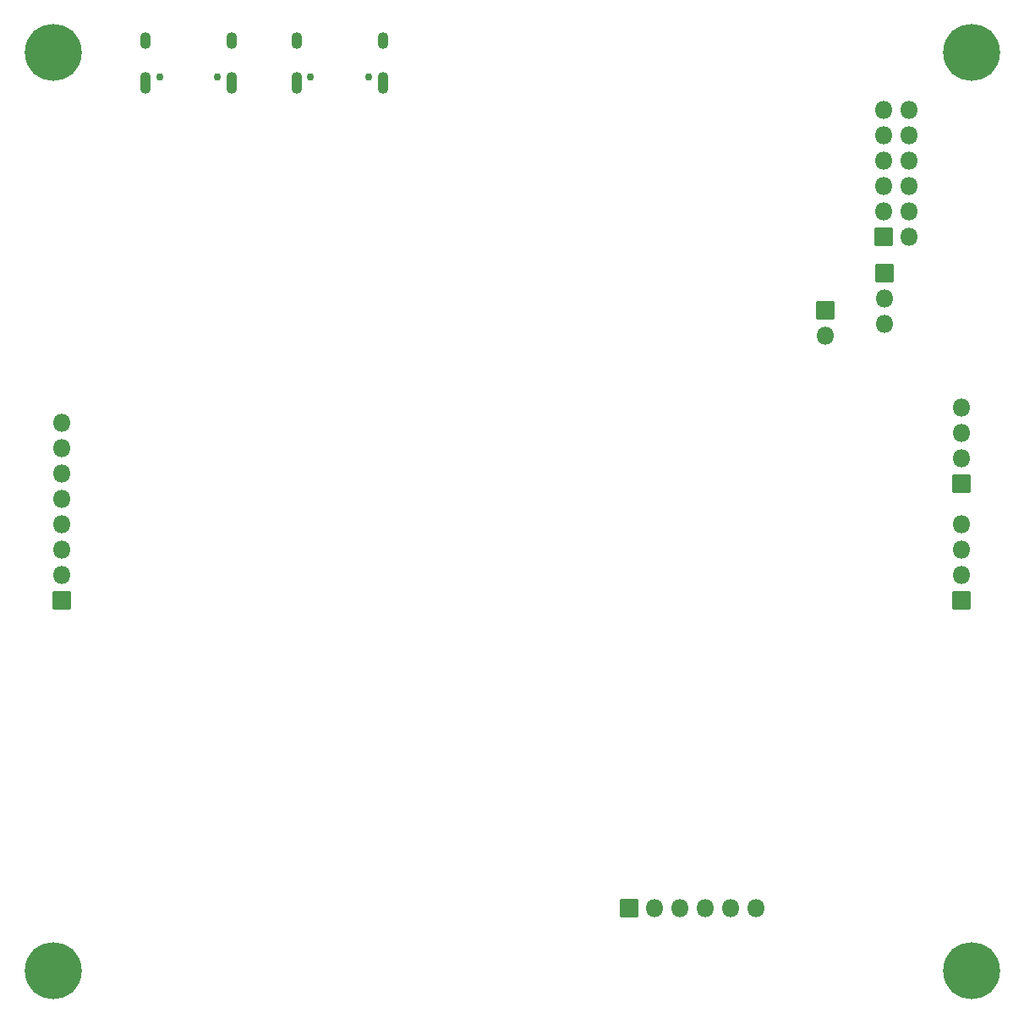
<source format=gbs>
G04 #@! TF.GenerationSoftware,KiCad,Pcbnew,6.0.2+dfsg-1*
G04 #@! TF.CreationDate,2023-06-12T23:47:38+02:00*
G04 #@! TF.ProjectId,Logic_1,4c6f6769-635f-4312-9e6b-696361645f70,rev?*
G04 #@! TF.SameCoordinates,Original*
G04 #@! TF.FileFunction,Soldermask,Bot*
G04 #@! TF.FilePolarity,Negative*
%FSLAX46Y46*%
G04 Gerber Fmt 4.6, Leading zero omitted, Abs format (unit mm)*
G04 Created by KiCad (PCBNEW 6.0.2+dfsg-1) date 2023-06-12 23:47:38*
%MOMM*%
%LPD*%
G01*
G04 APERTURE LIST*
G04 Aperture macros list*
%AMRoundRect*
0 Rectangle with rounded corners*
0 $1 Rounding radius*
0 $2 $3 $4 $5 $6 $7 $8 $9 X,Y pos of 4 corners*
0 Add a 4 corners polygon primitive as box body*
4,1,4,$2,$3,$4,$5,$6,$7,$8,$9,$2,$3,0*
0 Add four circle primitives for the rounded corners*
1,1,$1+$1,$2,$3*
1,1,$1+$1,$4,$5*
1,1,$1+$1,$6,$7*
1,1,$1+$1,$8,$9*
0 Add four rect primitives between the rounded corners*
20,1,$1+$1,$2,$3,$4,$5,0*
20,1,$1+$1,$4,$5,$6,$7,0*
20,1,$1+$1,$6,$7,$8,$9,0*
20,1,$1+$1,$8,$9,$2,$3,0*%
G04 Aperture macros list end*
%ADD10RoundRect,0.050000X0.850000X-0.850000X0.850000X0.850000X-0.850000X0.850000X-0.850000X-0.850000X0*%
%ADD11O,1.800000X1.800000*%
%ADD12C,5.700000*%
%ADD13RoundRect,0.050000X0.850000X0.850000X-0.850000X0.850000X-0.850000X-0.850000X0.850000X-0.850000X0*%
%ADD14C,0.750000*%
%ADD15O,1.100000X1.700000*%
%ADD16O,1.100000X2.200000*%
%ADD17RoundRect,0.050000X-0.850000X-0.850000X0.850000X-0.850000X0.850000X0.850000X-0.850000X0.850000X0*%
G04 APERTURE END LIST*
D10*
G04 #@! TO.C,J3*
X201685000Y-134670000D03*
D11*
X204225000Y-134670000D03*
X206765000Y-134670000D03*
X209305000Y-134670000D03*
X211845000Y-134670000D03*
X214385000Y-134670000D03*
G04 #@! TD*
D12*
G04 #@! TO.C,H1*
X144000000Y-49000000D03*
G04 #@! TD*
G04 #@! TO.C,H2*
X236000000Y-49000000D03*
G04 #@! TD*
G04 #@! TO.C,H3*
X144000000Y-141000000D03*
G04 #@! TD*
G04 #@! TO.C,H4*
X236000000Y-141000000D03*
G04 #@! TD*
D13*
G04 #@! TO.C,J7*
X144900000Y-103900000D03*
D11*
X144900000Y-101360000D03*
X144900000Y-98820000D03*
X144900000Y-96280000D03*
X144900000Y-93740000D03*
X144900000Y-91200000D03*
X144900000Y-88660000D03*
X144900000Y-86120000D03*
G04 #@! TD*
D14*
G04 #@! TO.C,J8*
X175600000Y-51500000D03*
X169820000Y-51500000D03*
D15*
X177030000Y-47850000D03*
D16*
X168390000Y-52030000D03*
D15*
X168390000Y-47850000D03*
D16*
X177030000Y-52030000D03*
G04 #@! TD*
D13*
G04 #@! TO.C,J9*
X235000000Y-103900000D03*
D11*
X235000000Y-101360000D03*
X235000000Y-98820000D03*
X235000000Y-96280000D03*
G04 #@! TD*
D13*
G04 #@! TO.C,J10*
X235000000Y-92200000D03*
D11*
X235000000Y-89660000D03*
X235000000Y-87120000D03*
X235000000Y-84580000D03*
G04 #@! TD*
D14*
G04 #@! TO.C,J11*
X154675000Y-51500000D03*
X160455000Y-51500000D03*
D15*
X153245000Y-47850000D03*
D16*
X153245000Y-52030000D03*
D15*
X161885000Y-47850000D03*
D16*
X161885000Y-52030000D03*
G04 #@! TD*
D17*
G04 #@! TO.C,J13*
X227300000Y-71100000D03*
D11*
X227300000Y-73640000D03*
X227300000Y-76180000D03*
G04 #@! TD*
D13*
G04 #@! TO.C,J1*
X227185000Y-67435000D03*
D11*
X229725000Y-67435000D03*
X227185000Y-64895000D03*
X229725000Y-64895000D03*
X227185000Y-62355000D03*
X229725000Y-62355000D03*
X227185000Y-59815000D03*
X229725000Y-59815000D03*
X227185000Y-57275000D03*
X229725000Y-57275000D03*
X227185000Y-54735000D03*
X229725000Y-54735000D03*
G04 #@! TD*
D17*
G04 #@! TO.C,J12*
X221345000Y-74810000D03*
D11*
X221345000Y-77350000D03*
G04 #@! TD*
M02*

</source>
